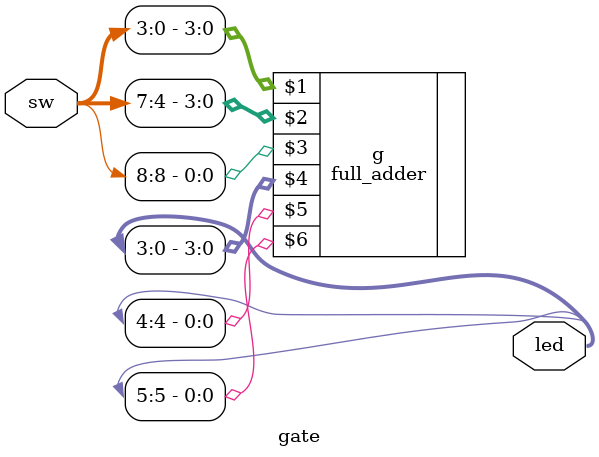
<source format=v>
module gate(
    input [8:0] sw,
    output [5:0] led
    );
    full_adder g(sw[3:0],sw[7:4],sw[8],led[3:0],led[4],led[5]);
endmodule
</source>
